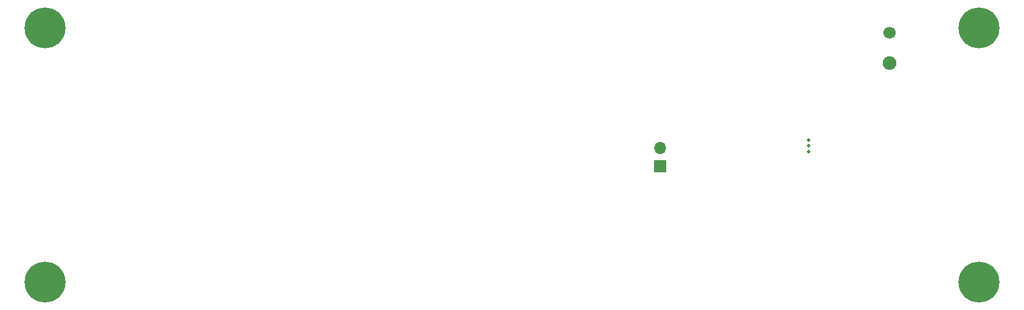
<source format=gbs>
G04 #@! TF.GenerationSoftware,KiCad,Pcbnew,9.0.3*
G04 #@! TF.CreationDate,2025-08-26T17:04:27-07:00*
G04 #@! TF.ProjectId,newbatt,6e657762-6174-4742-9e6b-696361645f70,3*
G04 #@! TF.SameCoordinates,Original*
G04 #@! TF.FileFunction,Soldermask,Bot*
G04 #@! TF.FilePolarity,Negative*
%FSLAX45Y45*%
G04 Gerber Fmt 4.5, Leading zero omitted, Abs format (unit mm)*
G04 Created by KiCad (PCBNEW 9.0.3) date 2025-08-26 17:04:27*
%MOMM*%
%LPD*%
G01*
G04 APERTURE LIST*
%ADD10C,3.600000*%
%ADD11C,5.700000*%
%ADD12C,1.900000*%
%ADD13C,1.700000*%
%ADD14C,0.508000*%
%ADD15R,1.700000X1.700000*%
%ADD16O,1.700000X1.700000*%
G04 APERTURE END LIST*
D10*
X14950000Y-5525000D03*
D11*
X14950000Y-5525000D03*
D10*
X1950000Y-1975000D03*
D11*
X1950000Y-1975000D03*
D10*
X14950000Y-1975000D03*
D11*
X14950000Y-1975000D03*
D12*
X13705000Y-2470000D03*
D13*
X13705000Y-2040000D03*
D14*
X12575000Y-3542520D03*
X12575000Y-3621260D03*
X12575000Y-3700000D03*
D15*
X10510000Y-3907500D03*
D16*
X10510000Y-3653500D03*
D10*
X1950000Y-5525000D03*
D11*
X1950000Y-5525000D03*
M02*

</source>
